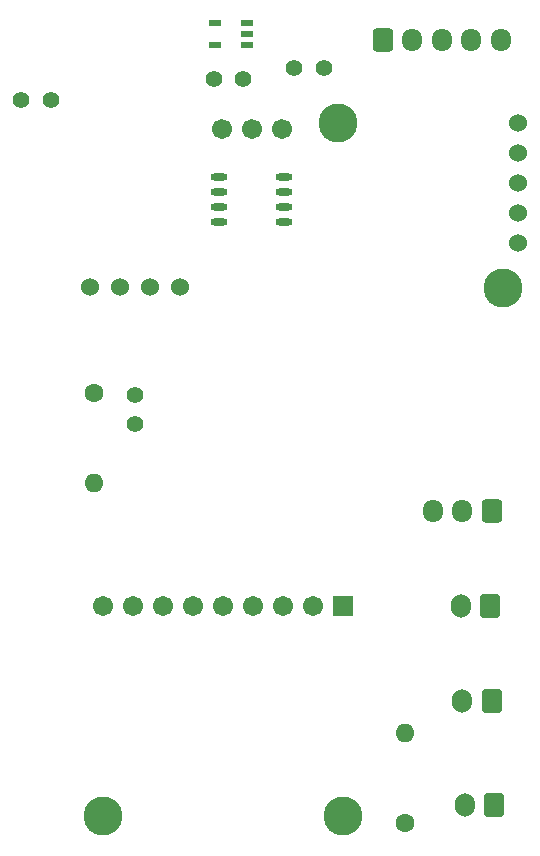
<source format=gbr>
%TF.GenerationSoftware,KiCad,Pcbnew,7.0.10*%
%TF.CreationDate,2024-02-15T22:38:08-05:00*%
%TF.ProjectId,CANRxPCB,43414e52-7850-4434-922e-6b696361645f,rev?*%
%TF.SameCoordinates,Original*%
%TF.FileFunction,Soldermask,Top*%
%TF.FilePolarity,Negative*%
%FSLAX46Y46*%
G04 Gerber Fmt 4.6, Leading zero omitted, Abs format (unit mm)*
G04 Created by KiCad (PCBNEW 7.0.10) date 2024-02-15 22:38:08*
%MOMM*%
%LPD*%
G01*
G04 APERTURE LIST*
G04 Aperture macros list*
%AMRoundRect*
0 Rectangle with rounded corners*
0 $1 Rounding radius*
0 $2 $3 $4 $5 $6 $7 $8 $9 X,Y pos of 4 corners*
0 Add a 4 corners polygon primitive as box body*
4,1,4,$2,$3,$4,$5,$6,$7,$8,$9,$2,$3,0*
0 Add four circle primitives for the rounded corners*
1,1,$1+$1,$2,$3*
1,1,$1+$1,$4,$5*
1,1,$1+$1,$6,$7*
1,1,$1+$1,$8,$9*
0 Add four rect primitives between the rounded corners*
20,1,$1+$1,$2,$3,$4,$5,0*
20,1,$1+$1,$4,$5,$6,$7,0*
20,1,$1+$1,$6,$7,$8,$9,0*
20,1,$1+$1,$8,$9,$2,$3,0*%
G04 Aperture macros list end*
%ADD10C,1.400000*%
%ADD11O,1.600000X1.600000*%
%ADD12C,1.600000*%
%ADD13C,1.524000*%
%ADD14RoundRect,0.250000X0.600000X0.750000X-0.600000X0.750000X-0.600000X-0.750000X0.600000X-0.750000X0*%
%ADD15O,1.700000X2.000000*%
%ADD16RoundRect,0.250000X0.600000X0.725000X-0.600000X0.725000X-0.600000X-0.725000X0.600000X-0.725000X0*%
%ADD17O,1.700000X1.950000*%
%ADD18C,3.302000*%
%ADD19C,1.701800*%
%ADD20RoundRect,0.250000X-0.600000X-0.725000X0.600000X-0.725000X0.600000X0.725000X-0.600000X0.725000X0*%
%ADD21R,0.977900X0.508000*%
%ADD22RoundRect,0.102000X0.754000X0.754000X-0.754000X0.754000X-0.754000X-0.754000X0.754000X-0.754000X0*%
%ADD23C,1.712000*%
%ADD24O,1.450000X0.599999*%
G04 APERTURE END LIST*
D10*
%TO.C,C3*%
X150220000Y-57520000D03*
X152720000Y-57520000D03*
%TD*%
D11*
%TO.C,R1*%
X159580000Y-113780000D03*
D12*
X159580000Y-121400000D03*
%TD*%
D13*
%TO.C,U3*%
X132890000Y-76050000D03*
X135430000Y-76050000D03*
X137970000Y-76050000D03*
X140510000Y-76050000D03*
%TD*%
D10*
%TO.C,C2*%
X127090000Y-60230000D03*
X129590000Y-60230000D03*
%TD*%
%TO.C,C4*%
X145880000Y-58460000D03*
X143380000Y-58460000D03*
%TD*%
D14*
%TO.C,J2*%
X166920000Y-111150000D03*
D15*
X164420000Y-111150000D03*
%TD*%
D14*
%TO.C,J3*%
X167160000Y-119935000D03*
D15*
X164660000Y-119935000D03*
%TD*%
D10*
%TO.C,C1*%
X136702800Y-85191600D03*
X136702800Y-87691600D03*
%TD*%
D16*
%TO.C,J5*%
X166920000Y-95060000D03*
D17*
X164420000Y-95060000D03*
X161920000Y-95060000D03*
%TD*%
D18*
%TO.C,U6*%
X167894000Y-76149200D03*
X153924000Y-62179200D03*
D13*
X169164000Y-72339200D03*
X169164000Y-69799200D03*
X169164000Y-67259200D03*
X169164000Y-64719200D03*
X169164000Y-62179200D03*
%TD*%
D19*
%TO.C,U1*%
X144110000Y-62660000D03*
X146650000Y-62660000D03*
X149190000Y-62660000D03*
%TD*%
D20*
%TO.C,J1*%
X157720000Y-55120000D03*
D17*
X160220000Y-55120000D03*
X162720000Y-55120000D03*
X165220000Y-55120000D03*
X167720000Y-55120000D03*
%TD*%
D12*
%TO.C,R2*%
X133299200Y-85039200D03*
D11*
X133299200Y-92659200D03*
%TD*%
D21*
%TO.C,U4*%
X146205250Y-55600001D03*
X146205250Y-54650000D03*
X146205250Y-53699999D03*
X143474750Y-53699999D03*
X143474750Y-55600001D03*
%TD*%
D14*
%TO.C,J4*%
X166820000Y-103090000D03*
D15*
X164320000Y-103090000D03*
%TD*%
D18*
%TO.C,U5*%
X154381200Y-120853200D03*
X134061200Y-120853200D03*
D22*
X154381200Y-103073200D03*
D23*
X151841200Y-103073200D03*
X149301200Y-103073200D03*
X146761200Y-103073200D03*
X144221200Y-103073200D03*
X141681200Y-103073200D03*
X139141200Y-103073200D03*
X136601200Y-103073200D03*
X134061200Y-103073200D03*
%TD*%
D24*
%TO.C,U2*%
X143884999Y-66715000D03*
X143884999Y-67985000D03*
X143884999Y-69255000D03*
X143884999Y-70525000D03*
X149334998Y-70525000D03*
X149334998Y-69255000D03*
X149334998Y-67985000D03*
X149334998Y-66715000D03*
%TD*%
M02*

</source>
